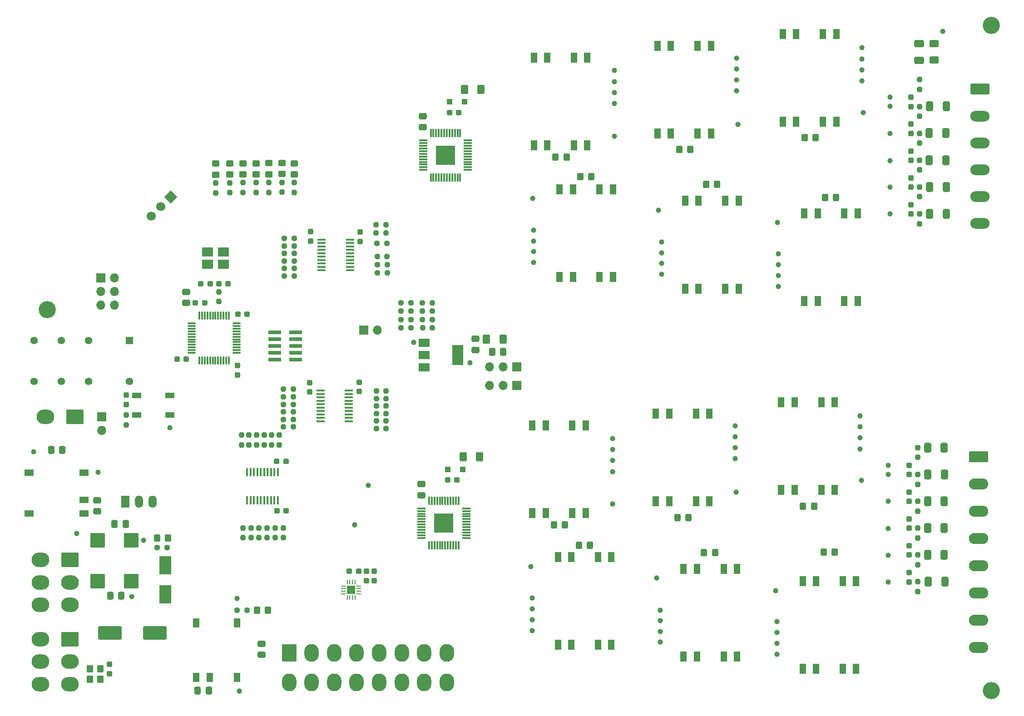
<source format=gbr>
%TF.GenerationSoftware,KiCad,Pcbnew,(6.0.1)*%
%TF.CreationDate,2022-05-07T21:19:07+10:00*%
%TF.ProjectId,211006_lmu_r0,32313130-3036-45f6-9c6d-755f72302e6b,rev?*%
%TF.SameCoordinates,Original*%
%TF.FileFunction,Soldermask,Top*%
%TF.FilePolarity,Negative*%
%FSLAX46Y46*%
G04 Gerber Fmt 4.6, Leading zero omitted, Abs format (unit mm)*
G04 Created by KiCad (PCBNEW (6.0.1)) date 2022-05-07 21:19:07*
%MOMM*%
%LPD*%
G01*
G04 APERTURE LIST*
G04 Aperture macros list*
%AMRoundRect*
0 Rectangle with rounded corners*
0 $1 Rounding radius*
0 $2 $3 $4 $5 $6 $7 $8 $9 X,Y pos of 4 corners*
0 Add a 4 corners polygon primitive as box body*
4,1,4,$2,$3,$4,$5,$6,$7,$8,$9,$2,$3,0*
0 Add four circle primitives for the rounded corners*
1,1,$1+$1,$2,$3*
1,1,$1+$1,$4,$5*
1,1,$1+$1,$6,$7*
1,1,$1+$1,$8,$9*
0 Add four rect primitives between the rounded corners*
20,1,$1+$1,$2,$3,$4,$5,0*
20,1,$1+$1,$4,$5,$6,$7,0*
20,1,$1+$1,$6,$7,$8,$9,0*
20,1,$1+$1,$8,$9,$2,$3,0*%
%AMHorizOval*
0 Thick line with rounded ends*
0 $1 width*
0 $2 $3 position (X,Y) of the first rounded end (center of the circle)*
0 $4 $5 position (X,Y) of the second rounded end (center of the circle)*
0 Add line between two ends*
20,1,$1,$2,$3,$4,$5,0*
0 Add two circle primitives to create the rounded ends*
1,1,$1,$2,$3*
1,1,$1,$4,$5*%
%AMRotRect*
0 Rectangle, with rotation*
0 The origin of the aperture is its center*
0 $1 length*
0 $2 width*
0 $3 Rotation angle, in degrees counterclockwise*
0 Add horizontal line*
21,1,$1,$2,0,0,$3*%
G04 Aperture macros list end*
%ADD10C,1.000000*%
%ADD11RoundRect,0.237500X0.250000X0.237500X-0.250000X0.237500X-0.250000X-0.237500X0.250000X-0.237500X0*%
%ADD12RoundRect,0.237500X0.300000X0.237500X-0.300000X0.237500X-0.300000X-0.237500X0.300000X-0.237500X0*%
%ADD13RoundRect,0.250000X-0.325000X-0.450000X0.325000X-0.450000X0.325000X0.450000X-0.325000X0.450000X0*%
%ADD14RoundRect,0.250000X-0.475000X0.337500X-0.475000X-0.337500X0.475000X-0.337500X0.475000X0.337500X0*%
%ADD15RoundRect,0.250000X1.950000X1.000000X-1.950000X1.000000X-1.950000X-1.000000X1.950000X-1.000000X0*%
%ADD16RoundRect,0.237500X0.237500X-0.300000X0.237500X0.300000X-0.237500X0.300000X-0.237500X-0.300000X0*%
%ADD17RoundRect,0.011200X-0.723800X-0.128800X0.723800X-0.128800X0.723800X0.128800X-0.723800X0.128800X0*%
%ADD18RoundRect,0.011200X-0.128800X-0.723800X0.128800X-0.723800X0.128800X0.723800X-0.128800X0.723800X0*%
%ADD19R,3.600000X3.600000*%
%ADD20RoundRect,0.237500X-0.250000X-0.237500X0.250000X-0.237500X0.250000X0.237500X-0.250000X0.237500X0*%
%ADD21RoundRect,0.237500X-0.300000X-0.237500X0.300000X-0.237500X0.300000X0.237500X-0.300000X0.237500X0*%
%ADD22RoundRect,0.250001X-1.399999X1.099999X-1.399999X-1.099999X1.399999X-1.099999X1.399999X1.099999X0*%
%ADD23O,3.300000X2.700000*%
%ADD24RoundRect,0.237500X0.237500X-0.250000X0.237500X0.250000X-0.237500X0.250000X-0.237500X-0.250000X0*%
%ADD25RoundRect,0.237500X-0.237500X0.250000X-0.237500X-0.250000X0.237500X-0.250000X0.237500X0.250000X0*%
%ADD26RoundRect,0.250000X0.475000X-0.337500X0.475000X0.337500X-0.475000X0.337500X-0.475000X-0.337500X0*%
%ADD27RoundRect,0.250000X0.412500X0.650000X-0.412500X0.650000X-0.412500X-0.650000X0.412500X-0.650000X0*%
%ADD28RoundRect,0.250000X-0.350000X-0.450000X0.350000X-0.450000X0.350000X0.450000X-0.350000X0.450000X0*%
%ADD29RoundRect,0.250000X0.337500X0.475000X-0.337500X0.475000X-0.337500X-0.475000X0.337500X-0.475000X0*%
%ADD30RoundRect,0.250000X-1.550000X0.750000X-1.550000X-0.750000X1.550000X-0.750000X1.550000X0.750000X0*%
%ADD31O,3.600000X2.000000*%
%ADD32R,1.168400X1.879600*%
%ADD33RoundRect,0.250000X-0.450000X0.325000X-0.450000X-0.325000X0.450000X-0.325000X0.450000X0.325000X0*%
%ADD34C,3.200000*%
%ADD35R,2.000000X1.500000*%
%ADD36R,2.000000X3.800000*%
%ADD37RoundRect,0.237500X-0.237500X0.300000X-0.237500X-0.300000X0.237500X-0.300000X0.237500X0.300000X0*%
%ADD38RoundRect,0.250000X0.350000X0.450000X-0.350000X0.450000X-0.350000X-0.450000X0.350000X-0.450000X0*%
%ADD39R,2.300000X3.500000*%
%ADD40R,2.400000X0.740000*%
%ADD41RoundRect,0.250000X0.325000X0.450000X-0.325000X0.450000X-0.325000X-0.450000X0.325000X-0.450000X0*%
%ADD42R,0.410000X1.600000*%
%ADD43RoundRect,0.250000X-0.337500X-0.475000X0.337500X-0.475000X0.337500X0.475000X-0.337500X0.475000X0*%
%ADD44RoundRect,0.062500X0.062500X-0.375000X0.062500X0.375000X-0.062500X0.375000X-0.062500X-0.375000X0*%
%ADD45RoundRect,0.062500X0.375000X-0.062500X0.375000X0.062500X-0.375000X0.062500X-0.375000X-0.062500X0*%
%ADD46R,1.600000X1.600000*%
%ADD47R,1.700000X1.700000*%
%ADD48O,1.700000X1.700000*%
%ADD49R,1.800000X1.100000*%
%ADD50R,1.400000X1.400000*%
%ADD51C,1.400000*%
%ADD52RoundRect,0.237500X-0.287500X-0.237500X0.287500X-0.237500X0.287500X0.237500X-0.287500X0.237500X0*%
%ADD53RoundRect,0.250001X-1.099999X-1.399999X1.099999X-1.399999X1.099999X1.399999X-1.099999X1.399999X0*%
%ADD54O,2.700000X3.300000*%
%ADD55RoundRect,0.250000X-0.400000X-0.625000X0.400000X-0.625000X0.400000X0.625000X-0.400000X0.625000X0*%
%ADD56R,1.100000X1.100000*%
%ADD57RoundRect,0.249999X-1.550001X0.790001X-1.550001X-0.790001X1.550001X-0.790001X1.550001X0.790001X0*%
%ADD58O,3.600000X2.080000*%
%ADD59RotRect,1.700000X1.700000X315.000000*%
%ADD60HorizOval,1.700000X0.000000X0.000000X0.000000X0.000000X0*%
%ADD61RoundRect,0.099900X-1.250100X1.250100X-1.250100X-1.250100X1.250100X-1.250100X1.250100X1.250100X0*%
%ADD62RoundRect,0.250000X-0.625000X0.400000X-0.625000X-0.400000X0.625000X-0.400000X0.625000X0.400000X0*%
%ADD63R,1.500000X2.300000*%
%ADD64O,1.500000X2.300000*%
%ADD65RoundRect,0.250000X0.400000X0.625000X-0.400000X0.625000X-0.400000X-0.625000X0.400000X-0.625000X0*%
%ADD66R,1.800000X1.200000*%
%ADD67R,2.100000X1.800000*%
%ADD68RoundRect,0.075000X-0.075000X0.662500X-0.075000X-0.662500X0.075000X-0.662500X0.075000X0.662500X0*%
%ADD69RoundRect,0.075000X-0.662500X0.075000X-0.662500X-0.075000X0.662500X-0.075000X0.662500X0.075000X0*%
%ADD70R,1.600000X0.410000*%
%ADD71R,1.200000X1.800000*%
%ADD72RoundRect,0.250000X-0.650000X0.412500X-0.650000X-0.412500X0.650000X-0.412500X0.650000X0.412500X0*%
G04 APERTURE END LIST*
D10*
%TO.C,TP90*%
X207500746Y-69929168D03*
%TD*%
D11*
%TO.C,R1*%
X93489946Y-124683700D03*
X91664946Y-124683700D03*
%TD*%
D12*
%TO.C,C188*%
X101514946Y-75533700D03*
X99789946Y-75533700D03*
%TD*%
D10*
%TO.C,TP23*%
X238152446Y-28433700D03*
%TD*%
D13*
%TO.C,D22*%
X170527446Y-55533700D03*
X172577446Y-55533700D03*
%TD*%
D10*
%TO.C,TP105*%
X199423192Y-106077450D03*
%TD*%
D14*
%TO.C,C5*%
X80502446Y-115896200D03*
X80502446Y-117971200D03*
%TD*%
D15*
%TO.C,C1*%
X91252446Y-140583700D03*
X82852446Y-140583700D03*
%TD*%
D10*
%TO.C,TP103*%
X199634946Y-114377450D03*
%TD*%
%TO.C,TP116*%
X176573192Y-108469116D03*
%TD*%
D16*
%TO.C,C182*%
X85877446Y-98021200D03*
X85877446Y-96296200D03*
%TD*%
D17*
%TO.C,U4*%
X141245000Y-48781250D03*
X141245000Y-49281250D03*
X141245000Y-49781250D03*
X141245000Y-50281250D03*
X141245000Y-50781250D03*
X141245000Y-51281250D03*
X141245000Y-51781250D03*
X141245000Y-52281250D03*
X141245000Y-52781250D03*
X141245000Y-53281250D03*
X141245000Y-53781250D03*
X141245000Y-54281250D03*
D18*
X142665000Y-55701250D03*
X143165000Y-55701250D03*
X143665000Y-55701250D03*
X144165000Y-55701250D03*
X144665000Y-55701250D03*
X145165000Y-55701250D03*
X145665000Y-55701250D03*
X146165000Y-55701250D03*
X146665000Y-55701250D03*
X147165000Y-55701250D03*
X147665000Y-55701250D03*
X148165000Y-55701250D03*
D17*
X149585000Y-54281250D03*
X149585000Y-53781250D03*
X149585000Y-53281250D03*
X149585000Y-52781250D03*
X149585000Y-52281250D03*
X149585000Y-51781250D03*
X149585000Y-51281250D03*
X149585000Y-50781250D03*
X149585000Y-50281250D03*
X149585000Y-49781250D03*
X149585000Y-49281250D03*
X149585000Y-48781250D03*
D18*
X148165000Y-47361250D03*
X147665000Y-47361250D03*
X147165000Y-47361250D03*
X146665000Y-47361250D03*
X146165000Y-47361250D03*
X145665000Y-47361250D03*
X145165000Y-47361250D03*
X144665000Y-47361250D03*
X144165000Y-47361250D03*
X143665000Y-47361250D03*
X143165000Y-47361250D03*
X142665000Y-47361250D03*
D19*
X145415000Y-51531250D03*
%TD*%
D20*
%TO.C,R214*%
X132509946Y-98318700D03*
X134334946Y-98318700D03*
%TD*%
D10*
%TO.C,TP100*%
X222723192Y-102177450D03*
%TD*%
D21*
%TO.C,C187*%
X103164946Y-75533700D03*
X104889946Y-75533700D03*
%TD*%
D22*
%TO.C,J1*%
X75372789Y-141783700D03*
D23*
X75372789Y-145983700D03*
X75372789Y-150183700D03*
X69872789Y-141783700D03*
X69872789Y-145983700D03*
X69872789Y-150183700D03*
%TD*%
D10*
%TO.C,TP47*%
X228275746Y-42437500D03*
%TD*%
D11*
%TO.C,R125*%
X142952446Y-79083700D03*
X141127446Y-79083700D03*
%TD*%
D16*
%TO.C,C15*%
X130652446Y-130846200D03*
X130652446Y-129121200D03*
%TD*%
D14*
%TO.C,C78*%
X111102446Y-142611173D03*
X111102446Y-144686173D03*
%TD*%
D11*
%TO.C,R219*%
X117217596Y-68454820D03*
X115392596Y-68454820D03*
%TD*%
D22*
%TO.C,J2*%
X75422789Y-126983700D03*
D23*
X75422789Y-131183700D03*
X75422789Y-135383700D03*
X69922789Y-126983700D03*
X69922789Y-131183700D03*
X69922789Y-135383700D03*
%TD*%
D24*
%TO.C,R2*%
X117202446Y-58483700D03*
X117202446Y-56658700D03*
%TD*%
D25*
%TO.C,R142*%
X233490365Y-106062450D03*
X233490365Y-107887450D03*
%TD*%
%TO.C,R166*%
X233490365Y-116072450D03*
X233490365Y-117897450D03*
%TD*%
D26*
%TO.C,C28*%
X150972446Y-87871200D03*
X150972446Y-85796200D03*
%TD*%
D27*
%TO.C,C191*%
X238414946Y-126083700D03*
X235289946Y-126083700D03*
%TD*%
%TO.C,C175*%
X238464946Y-111033700D03*
X235339946Y-111033700D03*
%TD*%
D12*
%TO.C,C180*%
X115656966Y-108612520D03*
X113931966Y-108612520D03*
%TD*%
D28*
%TO.C,R3*%
X79102446Y-147283700D03*
X81102446Y-147283700D03*
%TD*%
D24*
%TO.C,R232*%
X111594466Y-105562520D03*
X111594466Y-103737520D03*
%TD*%
%TO.C,R242*%
X114902446Y-58446200D03*
X114902446Y-56621200D03*
%TD*%
%TO.C,R234*%
X108794466Y-105562520D03*
X108794466Y-103737520D03*
%TD*%
D10*
%TO.C,TP81*%
X207300000Y-64100000D03*
%TD*%
D27*
%TO.C,C127*%
X238727446Y-52483700D03*
X235602446Y-52483700D03*
%TD*%
D10*
%TO.C,TP112*%
X199423192Y-108102450D03*
%TD*%
D11*
%TO.C,R119*%
X142964946Y-83733700D03*
X141139946Y-83733700D03*
%TD*%
D10*
%TO.C,TP46*%
X199725746Y-39487500D03*
%TD*%
%TO.C,TP84*%
X207500746Y-75979166D03*
%TD*%
%TO.C,TP138*%
X185423192Y-138360783D03*
%TD*%
D29*
%TO.C,C2*%
X84964946Y-133683700D03*
X82889946Y-133683700D03*
%TD*%
D21*
%TO.C,C16*%
X127478438Y-129083700D03*
X129203438Y-129083700D03*
%TD*%
D10*
%TO.C,TP56*%
X176875746Y-37795833D03*
%TD*%
%TO.C,TP50*%
X176875746Y-39854166D03*
%TD*%
D30*
%TO.C,J4*%
X245107885Y-39230000D03*
D31*
X245107885Y-44230000D03*
X245107885Y-49230000D03*
X245107885Y-54230000D03*
X245107885Y-59230000D03*
X245107885Y-64230000D03*
%TD*%
D11*
%TO.C,R208*%
X117022446Y-97993700D03*
X115197446Y-97993700D03*
%TD*%
D32*
%TO.C,T7*%
X217975846Y-113930750D03*
X215486646Y-113930750D03*
X210508246Y-113930750D03*
X208019046Y-113930750D03*
X208019046Y-97573150D03*
X210508246Y-97573150D03*
X215486646Y-97573150D03*
X217975846Y-97573150D03*
%TD*%
D33*
%TO.C,D44*%
X107652446Y-53033700D03*
X107652446Y-55083700D03*
%TD*%
D34*
%TO.C,H3*%
X247152446Y-27333700D03*
%TD*%
D10*
%TO.C,TP123*%
X176573192Y-110527450D03*
%TD*%
D16*
%TO.C,C41*%
X232192919Y-42475000D03*
X232192919Y-40750000D03*
%TD*%
D10*
%TO.C,TP40*%
X199725746Y-33412500D03*
%TD*%
D25*
%TO.C,R248*%
X103152446Y-77021200D03*
X103152446Y-78846200D03*
%TD*%
D20*
%TO.C,R217*%
X132509946Y-102518700D03*
X134334946Y-102518700D03*
%TD*%
D10*
%TO.C,TP39*%
X199725746Y-37462500D03*
%TD*%
D13*
%TO.C,D39*%
X215927446Y-125583700D03*
X217977446Y-125583700D03*
%TD*%
D10*
%TO.C,TP106*%
X199423192Y-102027450D03*
%TD*%
D11*
%TO.C,R210*%
X117022446Y-100793700D03*
X115197446Y-100793700D03*
%TD*%
D25*
%TO.C,R237*%
X113652446Y-121050020D03*
X113652446Y-122875020D03*
%TD*%
D10*
%TO.C,TP156*%
X207198192Y-138544118D03*
%TD*%
%TO.C,TP4*%
X89152446Y-123333700D03*
%TD*%
D35*
%TO.C,Q1*%
X141402446Y-86483700D03*
X141402446Y-88783700D03*
D36*
X147702446Y-88783700D03*
D35*
X141402446Y-91083700D03*
%TD*%
D24*
%TO.C,R243*%
X105202446Y-58521200D03*
X105202446Y-56696200D03*
%TD*%
D13*
%TO.C,D24*%
X193977446Y-56983700D03*
X196027446Y-56983700D03*
%TD*%
D37*
%TO.C,C7*%
X82777446Y-146496200D03*
X82777446Y-148221200D03*
%TD*%
D38*
%TO.C,R4*%
X81102446Y-149233700D03*
X79102446Y-149233700D03*
%TD*%
D39*
%TO.C,D2*%
X93152446Y-128033700D03*
X93152446Y-133433700D03*
%TD*%
D10*
%TO.C,TP35*%
X223025746Y-37679167D03*
%TD*%
%TO.C,TP146*%
X227973192Y-126102450D03*
%TD*%
D20*
%TO.C,R225*%
X132489946Y-66058220D03*
X134314946Y-66058220D03*
%TD*%
D10*
%TO.C,TP51*%
X176875746Y-35737500D03*
%TD*%
D11*
%TO.C,R222*%
X117217596Y-72654820D03*
X115392596Y-72654820D03*
%TD*%
D40*
%TO.C,J11*%
X117477446Y-89673700D03*
X113577446Y-89673700D03*
X117477446Y-88403700D03*
X113577446Y-88403700D03*
X117477446Y-87133700D03*
X113577446Y-87133700D03*
X117477446Y-85863700D03*
X113577446Y-85863700D03*
X117477446Y-84593700D03*
X113577446Y-84593700D03*
%TD*%
D16*
%TO.C,C126*%
X231886639Y-116064950D03*
X231886639Y-114339950D03*
%TD*%
D41*
%TO.C,D6*%
X112327446Y-136348673D03*
X110277446Y-136348673D03*
%TD*%
D32*
%TO.C,T4*%
X166684100Y-57883700D03*
X169173300Y-57883700D03*
X174151700Y-57883700D03*
X176640900Y-57883700D03*
X176640900Y-74241300D03*
X174151700Y-74241300D03*
X169173300Y-74241300D03*
X166684100Y-74241300D03*
%TD*%
D10*
%TO.C,TP45*%
X199725746Y-35437500D03*
%TD*%
D11*
%TO.C,R123*%
X142952446Y-80633700D03*
X141127446Y-80633700D03*
%TD*%
D10*
%TO.C,TP145*%
X185423192Y-136377450D03*
%TD*%
D42*
%TO.C,U8*%
X114159466Y-110628920D03*
X113524466Y-110628920D03*
X112889466Y-110628920D03*
X112254466Y-110628920D03*
X111619466Y-110628920D03*
X110984466Y-110628920D03*
X110349466Y-110628920D03*
X109714466Y-110628920D03*
X109079466Y-110628920D03*
X108444466Y-110628920D03*
X108444466Y-115937520D03*
X109079466Y-115937520D03*
X109714466Y-115937520D03*
X110349466Y-115937520D03*
X110984466Y-115937520D03*
X111619466Y-115937520D03*
X112254466Y-115937520D03*
X112889466Y-115937520D03*
X113524466Y-115937520D03*
X114159466Y-115937520D03*
%TD*%
D10*
%TO.C,TP113*%
X227973192Y-111052450D03*
%TD*%
D12*
%TO.C,C181*%
X115731966Y-117862520D03*
X114006966Y-117862520D03*
%TD*%
D13*
%TO.C,D37*%
X193627446Y-125633700D03*
X195677446Y-125633700D03*
%TD*%
D10*
%TO.C,TP135*%
X227973192Y-121152450D03*
%TD*%
D43*
%TO.C,C6*%
X71914946Y-106533700D03*
X73989946Y-106533700D03*
%TD*%
D16*
%TO.C,C114*%
X231890365Y-111089950D03*
X231890365Y-109364950D03*
%TD*%
D44*
%TO.C,IC1*%
X127090938Y-134052720D03*
X127590938Y-134052720D03*
X128090938Y-134052720D03*
X128590938Y-134052720D03*
D45*
X129278438Y-133365220D03*
X129278438Y-132865220D03*
X129278438Y-132365220D03*
X129278438Y-131865220D03*
D44*
X128590938Y-131177720D03*
X128090938Y-131177720D03*
X127590938Y-131177720D03*
X127090938Y-131177720D03*
D45*
X126403438Y-131865220D03*
X126403438Y-132365220D03*
X126403438Y-132865220D03*
X126403438Y-133365220D03*
D46*
X127840938Y-132615220D03*
%TD*%
D10*
%TO.C,TP7*%
X80652446Y-110683700D03*
%TD*%
%TO.C,TP155*%
X207198192Y-142577450D03*
%TD*%
%TO.C,TP72*%
X185725746Y-69745833D03*
%TD*%
D11*
%TO.C,R211*%
X117022446Y-102193700D03*
X115197446Y-102193700D03*
%TD*%
D10*
%TO.C,TP158*%
X94027446Y-102358700D03*
%TD*%
D32*
%TO.C,T5*%
X190109100Y-60058700D03*
X192598300Y-60058700D03*
X197576700Y-60058700D03*
X200065900Y-60058700D03*
X200065900Y-76416300D03*
X197576700Y-76416300D03*
X192598300Y-76416300D03*
X190109100Y-76416300D03*
%TD*%
D10*
%TO.C,TP24*%
X139452446Y-86433700D03*
%TD*%
D12*
%TO.C,C103*%
X147571196Y-112121200D03*
X145846196Y-112121200D03*
%TD*%
D32*
%TO.C,T10*%
X166381546Y-126498650D03*
X168870746Y-126498650D03*
X173849146Y-126498650D03*
X176338346Y-126498650D03*
X176338346Y-142856250D03*
X173849146Y-142856250D03*
X168870746Y-142856250D03*
X166381546Y-142856250D03*
%TD*%
D13*
%TO.C,D35*%
X170327446Y-124283700D03*
X172377446Y-124283700D03*
%TD*%
D47*
%TO.C,J13*%
X81177446Y-74408700D03*
D48*
X83717446Y-74408700D03*
X81177446Y-76948700D03*
X83717446Y-76948700D03*
X81177446Y-79488700D03*
X83717446Y-79488700D03*
%TD*%
D33*
%TO.C,D42*%
X112502446Y-53027450D03*
X112502446Y-55077450D03*
%TD*%
D27*
%TO.C,C115*%
X238727446Y-47433700D03*
X235602446Y-47433700D03*
%TD*%
D37*
%TO.C,C185*%
X106602446Y-90771200D03*
X106602446Y-92496200D03*
%TD*%
D11*
%TO.C,R209*%
X117022446Y-99393700D03*
X115197446Y-99393700D03*
%TD*%
D49*
%TO.C,SW1*%
X87827446Y-96308700D03*
X94027446Y-96308700D03*
X94027446Y-100008700D03*
X87827446Y-100008700D03*
%TD*%
D25*
%TO.C,R42*%
X233792919Y-37447500D03*
X233792919Y-39272500D03*
%TD*%
D10*
%TO.C,TP57*%
X176875746Y-41912500D03*
%TD*%
D25*
%TO.C,R154*%
X233490365Y-111067450D03*
X233490365Y-112892450D03*
%TD*%
D24*
%TO.C,R245*%
X110102446Y-58471200D03*
X110102446Y-56646200D03*
%TD*%
D10*
%TO.C,TP25*%
X149977446Y-90258700D03*
%TD*%
D24*
%TO.C,R244*%
X112502446Y-58464950D03*
X112502446Y-56639950D03*
%TD*%
D37*
%TO.C,C179*%
X129517596Y-65895720D03*
X129517596Y-67620720D03*
%TD*%
D11*
%TO.C,R124*%
X138952446Y-80633700D03*
X137127446Y-80633700D03*
%TD*%
D20*
%TO.C,R251*%
X106559946Y-136368673D03*
X108384946Y-136368673D03*
%TD*%
D10*
%TO.C,TP3*%
X86902446Y-133833700D03*
%TD*%
D16*
%TO.C,C53*%
X232189193Y-47450000D03*
X232189193Y-45725000D03*
%TD*%
D20*
%TO.C,R226*%
X132639946Y-67958220D03*
X134464946Y-67958220D03*
%TD*%
D11*
%TO.C,R207*%
X117022446Y-96593700D03*
X115197446Y-96593700D03*
%TD*%
D16*
%TO.C,C77*%
X232192919Y-57475000D03*
X232192919Y-55750000D03*
%TD*%
D10*
%TO.C,TP147*%
X206997446Y-132714950D03*
%TD*%
D32*
%TO.C,T9*%
X171563346Y-118306250D03*
X169074146Y-118306250D03*
X164095746Y-118306250D03*
X161606546Y-118306250D03*
X161606546Y-101948650D03*
X164095746Y-101948650D03*
X169074146Y-101948650D03*
X171563346Y-101948650D03*
%TD*%
D27*
%TO.C,C139*%
X238764946Y-57483700D03*
X235639946Y-57483700D03*
%TD*%
D50*
%TO.C,K1*%
X86509946Y-86071200D03*
D51*
X78889946Y-86071200D03*
X73809946Y-86071200D03*
X68729946Y-86071200D03*
X68729946Y-93691200D03*
X73809946Y-93691200D03*
X78889946Y-93691200D03*
X86509946Y-93691200D03*
%TD*%
D20*
%TO.C,R229*%
X132739946Y-73483700D03*
X134564946Y-73483700D03*
%TD*%
D33*
%TO.C,D40*%
X114902446Y-53008700D03*
X114902446Y-55058700D03*
%TD*%
D24*
%TO.C,R247*%
X85877446Y-101821200D03*
X85877446Y-99996200D03*
%TD*%
D11*
%TO.C,R120*%
X138964946Y-83733700D03*
X137139946Y-83733700D03*
%TD*%
D52*
%TO.C,FB1*%
X98802446Y-79096200D03*
X100552446Y-79096200D03*
%TD*%
D53*
%TO.C,J3*%
X116252446Y-144333700D03*
D54*
X120452446Y-144333700D03*
X124652446Y-144333700D03*
X128852446Y-144333700D03*
X133052446Y-144333700D03*
X137252446Y-144333700D03*
X141452446Y-144333700D03*
X145652446Y-144333700D03*
X116252446Y-149833700D03*
X120452446Y-149833700D03*
X124652446Y-149833700D03*
X128852446Y-149833700D03*
X133052446Y-149833700D03*
X137252446Y-149833700D03*
X141452446Y-149833700D03*
X145652446Y-149833700D03*
%TD*%
D32*
%TO.C,T3*%
X171865900Y-49691300D03*
X169376700Y-49691300D03*
X164398300Y-49691300D03*
X161909100Y-49691300D03*
X161909100Y-33333700D03*
X164398300Y-33333700D03*
X169376700Y-33333700D03*
X171865900Y-33333700D03*
%TD*%
D10*
%TO.C,TP139*%
X185423192Y-142327449D03*
%TD*%
%TO.C,TP149*%
X207198192Y-140560784D03*
%TD*%
D55*
%TO.C,R27*%
X148950000Y-39250000D03*
X152050000Y-39250000D03*
%TD*%
D10*
%TO.C,TP150*%
X207198192Y-144594116D03*
%TD*%
D24*
%TO.C,R230*%
X114394466Y-105562520D03*
X114394466Y-103737520D03*
%TD*%
D27*
%TO.C,C163*%
X238414946Y-106083700D03*
X235289946Y-106083700D03*
%TD*%
D11*
%TO.C,R220*%
X117217596Y-69854820D03*
X115392596Y-69854820D03*
%TD*%
D10*
%TO.C,TP36*%
X228275746Y-40737500D03*
%TD*%
D56*
%TO.C,D14*%
X146175746Y-41587500D03*
X148975746Y-41587500D03*
%TD*%
D55*
%TO.C,R127*%
X148700000Y-107750000D03*
X151800000Y-107750000D03*
%TD*%
D25*
%TO.C,R240*%
X109152446Y-121050020D03*
X109152446Y-122875020D03*
%TD*%
D17*
%TO.C,U5*%
X140942446Y-117396200D03*
X140942446Y-117896200D03*
X140942446Y-118396200D03*
X140942446Y-118896200D03*
X140942446Y-119396200D03*
X140942446Y-119896200D03*
X140942446Y-120396200D03*
X140942446Y-120896200D03*
X140942446Y-121396200D03*
X140942446Y-121896200D03*
X140942446Y-122396200D03*
X140942446Y-122896200D03*
D18*
X142362446Y-124316200D03*
X142862446Y-124316200D03*
X143362446Y-124316200D03*
X143862446Y-124316200D03*
X144362446Y-124316200D03*
X144862446Y-124316200D03*
X145362446Y-124316200D03*
X145862446Y-124316200D03*
X146362446Y-124316200D03*
X146862446Y-124316200D03*
X147362446Y-124316200D03*
X147862446Y-124316200D03*
D17*
X149282446Y-122896200D03*
X149282446Y-122396200D03*
X149282446Y-121896200D03*
X149282446Y-121396200D03*
X149282446Y-120896200D03*
X149282446Y-120396200D03*
X149282446Y-119896200D03*
X149282446Y-119396200D03*
X149282446Y-118896200D03*
X149282446Y-118396200D03*
X149282446Y-117896200D03*
X149282446Y-117396200D03*
D18*
X147862446Y-115976200D03*
X147362446Y-115976200D03*
X146862446Y-115976200D03*
X146362446Y-115976200D03*
X145862446Y-115976200D03*
X145362446Y-115976200D03*
X144862446Y-115976200D03*
X144362446Y-115976200D03*
X143862446Y-115976200D03*
X143362446Y-115976200D03*
X142862446Y-115976200D03*
X142362446Y-115976200D03*
D19*
X145112446Y-120146200D03*
%TD*%
D20*
%TO.C,R227*%
X132689946Y-70458220D03*
X134514946Y-70458220D03*
%TD*%
%TO.C,R224*%
X132489946Y-64508220D03*
X134314946Y-64508220D03*
%TD*%
D24*
%TO.C,R253*%
X102552446Y-58546200D03*
X102552446Y-56721200D03*
%TD*%
D11*
%TO.C,R206*%
X117022446Y-95193700D03*
X115197446Y-95193700D03*
%TD*%
D16*
%TO.C,C138*%
X231890365Y-121089950D03*
X231890365Y-119364950D03*
%TD*%
D32*
%TO.C,T8*%
X194613346Y-116106250D03*
X192124146Y-116106250D03*
X187145746Y-116106250D03*
X184656546Y-116106250D03*
X184656546Y-99748650D03*
X187145746Y-99748650D03*
X192124146Y-99748650D03*
X194613346Y-99748650D03*
%TD*%
D34*
%TO.C,H1*%
X71152446Y-80333700D03*
%TD*%
D25*
%TO.C,R241*%
X107652446Y-121050020D03*
X107652446Y-122875020D03*
%TD*%
%TO.C,R102*%
X233792919Y-62472500D03*
X233792919Y-64297500D03*
%TD*%
D10*
%TO.C,TP92*%
X222997446Y-112201950D03*
%TD*%
D41*
%TO.C,D20*%
X167977446Y-51883700D03*
X165927446Y-51883700D03*
%TD*%
D12*
%TO.C,C184*%
X97064946Y-89533700D03*
X95339946Y-89533700D03*
%TD*%
D10*
%TO.C,TP30*%
X106552446Y-134148673D03*
%TD*%
%TO.C,TP102*%
X227973192Y-109352450D03*
%TD*%
D41*
%TO.C,D18*%
X191027446Y-50483700D03*
X188977446Y-50483700D03*
%TD*%
D34*
%TO.C,H2*%
X247152446Y-151333700D03*
%TD*%
D57*
%TO.C,J10*%
X244810331Y-107803700D03*
D58*
X244810331Y-112883700D03*
X244810331Y-117963700D03*
X244810331Y-123043700D03*
X244810331Y-128123700D03*
X244810331Y-133203700D03*
X244810331Y-138283700D03*
X244810331Y-143363700D03*
%TD*%
D11*
%TO.C,R223*%
X117217596Y-74054820D03*
X115392596Y-74054820D03*
%TD*%
D59*
%TO.C,J12*%
X94152446Y-59333700D03*
D60*
X92356395Y-61129751D03*
X90560344Y-62925802D03*
%TD*%
D25*
%TO.C,R202*%
X233490365Y-131087450D03*
X233490365Y-132912450D03*
%TD*%
D10*
%TO.C,TP157*%
X227973192Y-131102450D03*
%TD*%
D61*
%TO.C,L1*%
X86812446Y-130968700D03*
X86812446Y-123348700D03*
X80592446Y-123348700D03*
X80592446Y-130968700D03*
%TD*%
D10*
%TO.C,TP62*%
X161875746Y-71554166D03*
%TD*%
D21*
%TO.C,C186*%
X106702446Y-81196200D03*
X108427446Y-81196200D03*
%TD*%
D10*
%TO.C,TP67*%
X161875746Y-69537500D03*
%TD*%
%TO.C,TP37*%
X199937500Y-45762500D03*
%TD*%
D20*
%TO.C,R213*%
X132509946Y-96918700D03*
X134334946Y-96918700D03*
%TD*%
D32*
%TO.C,T1*%
X218278400Y-45315800D03*
X215789200Y-45315800D03*
X210810800Y-45315800D03*
X208321600Y-45315800D03*
X208321600Y-28958200D03*
X210810800Y-28958200D03*
X215789200Y-28958200D03*
X218278400Y-28958200D03*
%TD*%
D16*
%TO.C,C162*%
X231890365Y-131099950D03*
X231890365Y-129374950D03*
%TD*%
D10*
%TO.C,TP117*%
X176573192Y-104352450D03*
%TD*%
D20*
%TO.C,R212*%
X132509946Y-95518700D03*
X134334946Y-95518700D03*
%TD*%
D10*
%TO.C,TP48*%
X176887500Y-47962500D03*
%TD*%
%TO.C,TP101*%
X222723192Y-106294117D03*
%TD*%
D41*
%TO.C,D33*%
X167677446Y-120483700D03*
X165627446Y-120483700D03*
%TD*%
D10*
%TO.C,TP34*%
X223025746Y-33562500D03*
%TD*%
%TO.C,TP144*%
X185423192Y-140344116D03*
%TD*%
D32*
%TO.C,T6*%
X212321600Y-62371200D03*
X214810800Y-62371200D03*
X219789200Y-62371200D03*
X222278400Y-62371200D03*
X222278400Y-78728800D03*
X219789200Y-78728800D03*
X214810800Y-78728800D03*
X212321600Y-78728800D03*
%TD*%
%TO.C,T11*%
X189806546Y-128673650D03*
X192295746Y-128673650D03*
X197274146Y-128673650D03*
X199763346Y-128673650D03*
X199763346Y-145031250D03*
X197274146Y-145031250D03*
X192295746Y-145031250D03*
X189806546Y-145031250D03*
%TD*%
D10*
%TO.C,TP80*%
X228275746Y-57487500D03*
%TD*%
D25*
%TO.C,R54*%
X233792919Y-42452500D03*
X233792919Y-44277500D03*
%TD*%
D10*
%TO.C,TP22*%
X131052446Y-113083700D03*
%TD*%
D32*
%TO.C,T12*%
X212019046Y-130986150D03*
X214508246Y-130986150D03*
X219486646Y-130986150D03*
X221975846Y-130986150D03*
X221975846Y-147343750D03*
X219486646Y-147343750D03*
X214508246Y-147343750D03*
X212019046Y-147343750D03*
%TD*%
D62*
%TO.C,R26*%
X236475746Y-30687500D03*
X236475746Y-33787500D03*
%TD*%
D41*
%TO.C,D31*%
X190727446Y-119083700D03*
X188677446Y-119083700D03*
%TD*%
D10*
%TO.C,TP21*%
X128452446Y-120433700D03*
%TD*%
D37*
%TO.C,C178*%
X120267596Y-65792320D03*
X120267596Y-67517320D03*
%TD*%
D10*
%TO.C,TP28*%
X223025746Y-35620833D03*
%TD*%
D11*
%TO.C,R121*%
X142952446Y-82183700D03*
X141127446Y-82183700D03*
%TD*%
D29*
%TO.C,C3*%
X85789946Y-120308700D03*
X83714946Y-120308700D03*
%TD*%
D47*
%TO.C,J7*%
X130152446Y-84183700D03*
D48*
X132692446Y-84183700D03*
%TD*%
D10*
%TO.C,TP136*%
X184784946Y-130402450D03*
%TD*%
D20*
%TO.C,R215*%
X132509946Y-99718700D03*
X134334946Y-99718700D03*
%TD*%
D25*
%TO.C,R239*%
X110652446Y-121050020D03*
X110652446Y-122875020D03*
%TD*%
D10*
%TO.C,TP125*%
X161359946Y-128227450D03*
%TD*%
D13*
%TO.C,D26*%
X216177446Y-59383700D03*
X218227446Y-59383700D03*
%TD*%
D20*
%TO.C,R216*%
X132509946Y-101118700D03*
X134334946Y-101118700D03*
%TD*%
D33*
%TO.C,D7*%
X102552446Y-53108700D03*
X102552446Y-55158700D03*
%TD*%
D47*
%TO.C,J5*%
X158676946Y-94480100D03*
D48*
X156136946Y-94480100D03*
X153596946Y-94480100D03*
%TD*%
D63*
%TO.C,U1*%
X85762446Y-116183700D03*
D64*
X88302446Y-116183700D03*
X90842446Y-116183700D03*
%TD*%
D11*
%TO.C,R126*%
X138952446Y-79083700D03*
X137127446Y-79083700D03*
%TD*%
D25*
%TO.C,R190*%
X233490365Y-126082450D03*
X233490365Y-127907450D03*
%TD*%
D65*
%TO.C,R25*%
X156152446Y-85833700D03*
X153052446Y-85833700D03*
%TD*%
D10*
%TO.C,TP94*%
X222723192Y-104235783D03*
%TD*%
%TO.C,TP127*%
X161573192Y-136135784D03*
%TD*%
D26*
%TO.C,C183*%
X97052446Y-79083700D03*
X97052446Y-77008700D03*
%TD*%
D20*
%TO.C,R228*%
X132739946Y-71983700D03*
X134564946Y-71983700D03*
%TD*%
D10*
%TO.C,TP124*%
X227973192Y-116077450D03*
%TD*%
%TO.C,TP29*%
X223025746Y-31504167D03*
%TD*%
D24*
%TO.C,R233*%
X110194466Y-105562520D03*
X110194466Y-103737520D03*
%TD*%
D27*
%TO.C,C151*%
X238777446Y-62483700D03*
X235652446Y-62483700D03*
%TD*%
D33*
%TO.C,D4*%
X117202446Y-53046200D03*
X117202446Y-55096200D03*
%TD*%
D24*
%TO.C,R246*%
X107652446Y-58471200D03*
X107652446Y-56646200D03*
%TD*%
D47*
%TO.C,J6*%
X158682446Y-91033700D03*
D48*
X156142446Y-91033700D03*
X153602446Y-91033700D03*
%TD*%
D25*
%TO.C,R78*%
X233792919Y-52462500D03*
X233792919Y-54287500D03*
%TD*%
%TO.C,R236*%
X115152446Y-121050020D03*
X115152446Y-122875020D03*
%TD*%
D10*
%TO.C,TP61*%
X161875746Y-67520834D03*
%TD*%
D41*
%TO.C,D29*%
X214127446Y-116983700D03*
X212077446Y-116983700D03*
%TD*%
D27*
%TO.C,C192*%
X238514946Y-131083700D03*
X235389946Y-131083700D03*
%TD*%
D41*
%TO.C,D3*%
X93702446Y-122933700D03*
X91652446Y-122933700D03*
%TD*%
D10*
%TO.C,TP5*%
X76652446Y-122083700D03*
%TD*%
%TO.C,TP33*%
X107000000Y-151498673D03*
%TD*%
%TO.C,TP79*%
X185725746Y-67762500D03*
%TD*%
%TO.C,TP59*%
X161662500Y-59612500D03*
%TD*%
D27*
%TO.C,C102*%
X238764946Y-42433700D03*
X235639946Y-42433700D03*
%TD*%
D56*
%TO.C,D27*%
X145858696Y-110121200D03*
X148658696Y-110121200D03*
%TD*%
D10*
%TO.C,TP78*%
X185725746Y-71729166D03*
%TD*%
D12*
%TO.C,C30*%
X147888246Y-43587500D03*
X146163246Y-43587500D03*
%TD*%
D66*
%TO.C,PS1*%
X78002446Y-118393700D03*
X78002446Y-115853700D03*
X78002446Y-110773700D03*
X67802446Y-110773700D03*
X67802446Y-118393700D03*
%TD*%
D10*
%TO.C,TP68*%
X161875746Y-65504168D03*
%TD*%
D29*
%TO.C,C29*%
X156179946Y-88183700D03*
X154104946Y-88183700D03*
%TD*%
D24*
%TO.C,R235*%
X107394466Y-105562520D03*
X107394466Y-103737520D03*
%TD*%
D29*
%TO.C,C66*%
X101289946Y-151333700D03*
X99214946Y-151333700D03*
%TD*%
D33*
%TO.C,D41*%
X105202446Y-53083700D03*
X105202446Y-55133700D03*
%TD*%
D67*
%TO.C,Y1*%
X101077446Y-71883700D03*
X103977446Y-71883700D03*
X103977446Y-69583700D03*
X101077446Y-69583700D03*
%TD*%
D10*
%TO.C,TP58*%
X228275746Y-47462500D03*
%TD*%
%TO.C,TP73*%
X185725746Y-73712499D03*
%TD*%
D22*
%TO.C,J8*%
X76352446Y-100283700D03*
D23*
X70852446Y-100283700D03*
%TD*%
D10*
%TO.C,TP70*%
X185087500Y-61787500D03*
%TD*%
%TO.C,TP69*%
X228275746Y-52537500D03*
%TD*%
%TO.C,TP6*%
X68652446Y-106833700D03*
%TD*%
D68*
%TO.C,U9*%
X105027446Y-81471200D03*
X104527446Y-81471200D03*
X104027446Y-81471200D03*
X103527446Y-81471200D03*
X103027446Y-81471200D03*
X102527446Y-81471200D03*
X102027446Y-81471200D03*
X101527446Y-81471200D03*
X101027446Y-81471200D03*
X100527446Y-81471200D03*
X100027446Y-81471200D03*
X99527446Y-81471200D03*
D69*
X98114946Y-82883700D03*
X98114946Y-83383700D03*
X98114946Y-83883700D03*
X98114946Y-84383700D03*
X98114946Y-84883700D03*
X98114946Y-85383700D03*
X98114946Y-85883700D03*
X98114946Y-86383700D03*
X98114946Y-86883700D03*
X98114946Y-87383700D03*
X98114946Y-87883700D03*
X98114946Y-88383700D03*
D68*
X99527446Y-89796200D03*
X100027446Y-89796200D03*
X100527446Y-89796200D03*
X101027446Y-89796200D03*
X101527446Y-89796200D03*
X102027446Y-89796200D03*
X102527446Y-89796200D03*
X103027446Y-89796200D03*
X103527446Y-89796200D03*
X104027446Y-89796200D03*
X104527446Y-89796200D03*
X105027446Y-89796200D03*
D69*
X106439946Y-88383700D03*
X106439946Y-87883700D03*
X106439946Y-87383700D03*
X106439946Y-86883700D03*
X106439946Y-86383700D03*
X106439946Y-85883700D03*
X106439946Y-85383700D03*
X106439946Y-84883700D03*
X106439946Y-84383700D03*
X106439946Y-83883700D03*
X106439946Y-83383700D03*
X106439946Y-82883700D03*
%TD*%
D32*
%TO.C,T2*%
X194915900Y-47491300D03*
X192426700Y-47491300D03*
X187448300Y-47491300D03*
X184959100Y-47491300D03*
X184959100Y-31133700D03*
X187448300Y-31133700D03*
X192426700Y-31133700D03*
X194915900Y-31133700D03*
%TD*%
D33*
%TO.C,D43*%
X110102446Y-53033700D03*
X110102446Y-55083700D03*
%TD*%
D24*
%TO.C,R231*%
X112994466Y-105562520D03*
X112994466Y-103737520D03*
%TD*%
D10*
%TO.C,TP134*%
X161573192Y-134119118D03*
%TD*%
D47*
%TO.C,J9*%
X81302446Y-100308700D03*
D48*
X81302446Y-102848700D03*
%TD*%
D37*
%TO.C,C177*%
X129322446Y-93856200D03*
X129322446Y-95581200D03*
%TD*%
D25*
%TO.C,R66*%
X233792919Y-47457500D03*
X233792919Y-49282500D03*
%TD*%
D10*
%TO.C,TP89*%
X207500746Y-73962500D03*
%TD*%
D11*
%TO.C,R221*%
X117217596Y-71254820D03*
X115392596Y-71254820D03*
%TD*%
D10*
%TO.C,TP128*%
X161573192Y-140169116D03*
%TD*%
D25*
%TO.C,R178*%
X233490365Y-121077450D03*
X233490365Y-122902450D03*
%TD*%
D70*
%TO.C,U7*%
X122283996Y-67289820D03*
X122283996Y-67924820D03*
X122283996Y-68559820D03*
X122283996Y-69194820D03*
X122283996Y-69829820D03*
X122283996Y-70464820D03*
X122283996Y-71099820D03*
X122283996Y-71734820D03*
X122283996Y-72369820D03*
X122283996Y-73004820D03*
X127592596Y-73004820D03*
X127592596Y-72369820D03*
X127592596Y-71734820D03*
X127592596Y-71099820D03*
X127592596Y-70464820D03*
X127592596Y-69829820D03*
X127592596Y-69194820D03*
X127592596Y-68559820D03*
X127592596Y-67924820D03*
X127592596Y-67289820D03*
%TD*%
D10*
%TO.C,TP95*%
X222723192Y-100119117D03*
%TD*%
%TO.C,TP111*%
X199423192Y-104052450D03*
%TD*%
D11*
%TO.C,R218*%
X117217596Y-67054820D03*
X115392596Y-67054820D03*
%TD*%
D71*
%TO.C,PS2*%
X98937446Y-148923673D03*
X101477446Y-148923673D03*
X106557446Y-148923673D03*
X106557446Y-138723673D03*
X98937446Y-138723673D03*
%TD*%
D10*
%TO.C,TP114*%
X176584946Y-116577450D03*
%TD*%
D25*
%TO.C,R90*%
X233792919Y-57467500D03*
X233792919Y-59292500D03*
%TD*%
D27*
%TO.C,C190*%
X238414946Y-121083700D03*
X235289946Y-121083700D03*
%TD*%
D10*
%TO.C,TP133*%
X161573192Y-138152450D03*
%TD*%
D70*
%TO.C,U6*%
X122088846Y-95428700D03*
X122088846Y-96063700D03*
X122088846Y-96698700D03*
X122088846Y-97333700D03*
X122088846Y-97968700D03*
X122088846Y-98603700D03*
X122088846Y-99238700D03*
X122088846Y-99873700D03*
X122088846Y-100508700D03*
X122088846Y-101143700D03*
X127397446Y-101143700D03*
X127397446Y-100508700D03*
X127397446Y-99873700D03*
X127397446Y-99238700D03*
X127397446Y-98603700D03*
X127397446Y-97968700D03*
X127397446Y-97333700D03*
X127397446Y-96698700D03*
X127397446Y-96063700D03*
X127397446Y-95428700D03*
%TD*%
D10*
%TO.C,TP122*%
X176573192Y-106410783D03*
%TD*%
%TO.C,TP26*%
X223300000Y-43587000D03*
%TD*%
%TO.C,TP91*%
X228275746Y-62487500D03*
%TD*%
D16*
%TO.C,C65*%
X232192919Y-52475000D03*
X232192919Y-50750000D03*
%TD*%
D26*
%TO.C,C54*%
X140912446Y-114933700D03*
X140912446Y-112858700D03*
%TD*%
D16*
%TO.C,C150*%
X231890365Y-126089950D03*
X231890365Y-124364950D03*
%TD*%
D72*
%TO.C,C90*%
X233752446Y-30721200D03*
X233752446Y-33846200D03*
%TD*%
D27*
%TO.C,C189*%
X238414946Y-116083700D03*
X235289946Y-116083700D03*
%TD*%
D16*
%TO.C,C89*%
X232192919Y-62485000D03*
X232192919Y-60760000D03*
%TD*%
D37*
%TO.C,C176*%
X120072446Y-93931200D03*
X120072446Y-95656200D03*
%TD*%
D16*
%TO.C,C14*%
X132102446Y-130846200D03*
X132102446Y-129121200D03*
%TD*%
D25*
%TO.C,R238*%
X112152446Y-121050020D03*
X112152446Y-122875020D03*
%TD*%
D26*
%TO.C,C42*%
X141215000Y-46318750D03*
X141215000Y-44243750D03*
%TD*%
D10*
%TO.C,TP83*%
X207500746Y-71945834D03*
%TD*%
D11*
%TO.C,R122*%
X138952446Y-82183700D03*
X137127446Y-82183700D03*
%TD*%
D41*
%TO.C,D16*%
X214427446Y-48283700D03*
X212377446Y-48283700D03*
%TD*%
M02*

</source>
